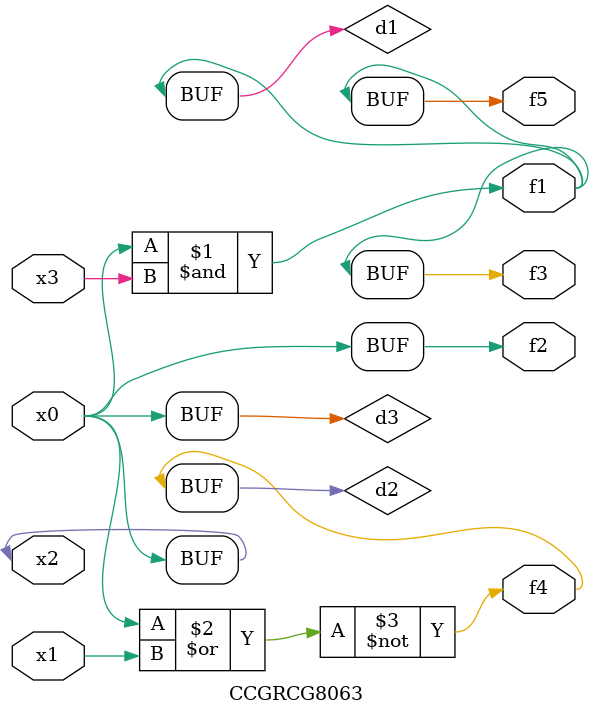
<source format=v>
module CCGRCG8063(
	input x0, x1, x2, x3,
	output f1, f2, f3, f4, f5
);

	wire d1, d2, d3;

	and (d1, x2, x3);
	nor (d2, x0, x1);
	buf (d3, x0, x2);
	assign f1 = d1;
	assign f2 = d3;
	assign f3 = d1;
	assign f4 = d2;
	assign f5 = d1;
endmodule

</source>
